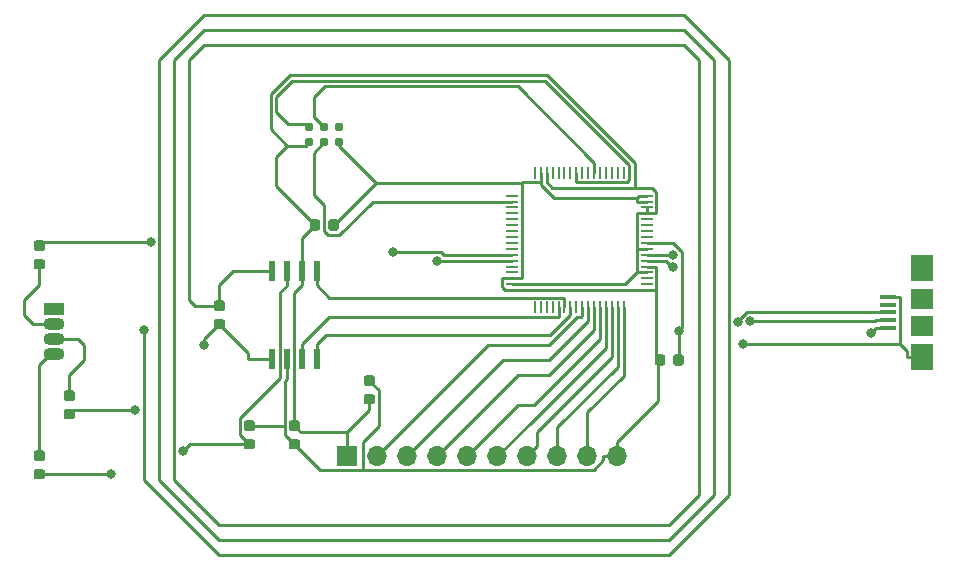
<source format=gtl>
G04 #@! TF.GenerationSoftware,KiCad,Pcbnew,(5.0.2)-1*
G04 #@! TF.CreationDate,2019-02-28T20:38:06-05:00*
G04 #@! TF.ProjectId,CEC01,43454330-312e-46b6-9963-61645f706362,v0.1*
G04 #@! TF.SameCoordinates,Original*
G04 #@! TF.FileFunction,Copper,L1,Top*
G04 #@! TF.FilePolarity,Positive*
%FSLAX46Y46*%
G04 Gerber Fmt 4.6, Leading zero omitted, Abs format (unit mm)*
G04 Created by KiCad (PCBNEW (5.0.2)-1) date 2/28/2019 8:38:06 PM*
%MOMM*%
%LPD*%
G01*
G04 APERTURE LIST*
G04 #@! TA.AperFunction,Conductor*
%ADD10C,0.100000*%
G04 #@! TD*
G04 #@! TA.AperFunction,SMDPad,CuDef*
%ADD11C,0.875000*%
G04 #@! TD*
G04 #@! TA.AperFunction,ComponentPad*
%ADD12R,1.800000X1.070000*%
G04 #@! TD*
G04 #@! TA.AperFunction,ComponentPad*
%ADD13O,1.800000X1.070000*%
G04 #@! TD*
G04 #@! TA.AperFunction,SMDPad,CuDef*
%ADD14R,1.400000X0.400000*%
G04 #@! TD*
G04 #@! TA.AperFunction,SMDPad,CuDef*
%ADD15R,1.900000X2.300000*%
G04 #@! TD*
G04 #@! TA.AperFunction,SMDPad,CuDef*
%ADD16R,1.900000X1.800000*%
G04 #@! TD*
G04 #@! TA.AperFunction,ComponentPad*
%ADD17R,1.700000X1.700000*%
G04 #@! TD*
G04 #@! TA.AperFunction,ComponentPad*
%ADD18O,1.700000X1.700000*%
G04 #@! TD*
G04 #@! TA.AperFunction,ConnectorPad*
%ADD19C,0.787400*%
G04 #@! TD*
G04 #@! TA.AperFunction,SMDPad,CuDef*
%ADD20R,1.000000X0.250000*%
G04 #@! TD*
G04 #@! TA.AperFunction,SMDPad,CuDef*
%ADD21R,0.250000X1.000000*%
G04 #@! TD*
G04 #@! TA.AperFunction,SMDPad,CuDef*
%ADD22R,0.550000X1.750000*%
G04 #@! TD*
G04 #@! TA.AperFunction,ViaPad*
%ADD23C,0.800000*%
G04 #@! TD*
G04 #@! TA.AperFunction,Conductor*
%ADD24C,0.250000*%
G04 #@! TD*
G04 APERTURE END LIST*
D10*
G04 #@! TO.N,Net-(C1-Pad1)*
G04 #@! TO.C,C1*
G36*
X122197691Y-69896053D02*
X122218926Y-69899203D01*
X122239750Y-69904419D01*
X122259962Y-69911651D01*
X122279368Y-69920830D01*
X122297781Y-69931866D01*
X122315024Y-69944654D01*
X122330930Y-69959070D01*
X122345346Y-69974976D01*
X122358134Y-69992219D01*
X122369170Y-70010632D01*
X122378349Y-70030038D01*
X122385581Y-70050250D01*
X122390797Y-70071074D01*
X122393947Y-70092309D01*
X122395000Y-70113750D01*
X122395000Y-70551250D01*
X122393947Y-70572691D01*
X122390797Y-70593926D01*
X122385581Y-70614750D01*
X122378349Y-70634962D01*
X122369170Y-70654368D01*
X122358134Y-70672781D01*
X122345346Y-70690024D01*
X122330930Y-70705930D01*
X122315024Y-70720346D01*
X122297781Y-70733134D01*
X122279368Y-70744170D01*
X122259962Y-70753349D01*
X122239750Y-70760581D01*
X122218926Y-70765797D01*
X122197691Y-70768947D01*
X122176250Y-70770000D01*
X121663750Y-70770000D01*
X121642309Y-70768947D01*
X121621074Y-70765797D01*
X121600250Y-70760581D01*
X121580038Y-70753349D01*
X121560632Y-70744170D01*
X121542219Y-70733134D01*
X121524976Y-70720346D01*
X121509070Y-70705930D01*
X121494654Y-70690024D01*
X121481866Y-70672781D01*
X121470830Y-70654368D01*
X121461651Y-70634962D01*
X121454419Y-70614750D01*
X121449203Y-70593926D01*
X121446053Y-70572691D01*
X121445000Y-70551250D01*
X121445000Y-70113750D01*
X121446053Y-70092309D01*
X121449203Y-70071074D01*
X121454419Y-70050250D01*
X121461651Y-70030038D01*
X121470830Y-70010632D01*
X121481866Y-69992219D01*
X121494654Y-69974976D01*
X121509070Y-69959070D01*
X121524976Y-69944654D01*
X121542219Y-69931866D01*
X121560632Y-69920830D01*
X121580038Y-69911651D01*
X121600250Y-69904419D01*
X121621074Y-69899203D01*
X121642309Y-69896053D01*
X121663750Y-69895000D01*
X122176250Y-69895000D01*
X122197691Y-69896053D01*
X122197691Y-69896053D01*
G37*
D11*
G04 #@! TD*
G04 #@! TO.P,C1,1*
G04 #@! TO.N,Net-(C1-Pad1)*
X121920000Y-70332500D03*
D10*
G04 #@! TO.N,Net-(C1-Pad1)*
G04 #@! TO.C,C1*
G36*
X122197691Y-71471053D02*
X122218926Y-71474203D01*
X122239750Y-71479419D01*
X122259962Y-71486651D01*
X122279368Y-71495830D01*
X122297781Y-71506866D01*
X122315024Y-71519654D01*
X122330930Y-71534070D01*
X122345346Y-71549976D01*
X122358134Y-71567219D01*
X122369170Y-71585632D01*
X122378349Y-71605038D01*
X122385581Y-71625250D01*
X122390797Y-71646074D01*
X122393947Y-71667309D01*
X122395000Y-71688750D01*
X122395000Y-72126250D01*
X122393947Y-72147691D01*
X122390797Y-72168926D01*
X122385581Y-72189750D01*
X122378349Y-72209962D01*
X122369170Y-72229368D01*
X122358134Y-72247781D01*
X122345346Y-72265024D01*
X122330930Y-72280930D01*
X122315024Y-72295346D01*
X122297781Y-72308134D01*
X122279368Y-72319170D01*
X122259962Y-72328349D01*
X122239750Y-72335581D01*
X122218926Y-72340797D01*
X122197691Y-72343947D01*
X122176250Y-72345000D01*
X121663750Y-72345000D01*
X121642309Y-72343947D01*
X121621074Y-72340797D01*
X121600250Y-72335581D01*
X121580038Y-72328349D01*
X121560632Y-72319170D01*
X121542219Y-72308134D01*
X121524976Y-72295346D01*
X121509070Y-72280930D01*
X121494654Y-72265024D01*
X121481866Y-72247781D01*
X121470830Y-72229368D01*
X121461651Y-72209962D01*
X121454419Y-72189750D01*
X121449203Y-72168926D01*
X121446053Y-72147691D01*
X121445000Y-72126250D01*
X121445000Y-71688750D01*
X121446053Y-71667309D01*
X121449203Y-71646074D01*
X121454419Y-71625250D01*
X121461651Y-71605038D01*
X121470830Y-71585632D01*
X121481866Y-71567219D01*
X121494654Y-71549976D01*
X121509070Y-71534070D01*
X121524976Y-71519654D01*
X121542219Y-71506866D01*
X121560632Y-71495830D01*
X121580038Y-71486651D01*
X121600250Y-71479419D01*
X121621074Y-71474203D01*
X121642309Y-71471053D01*
X121663750Y-71470000D01*
X122176250Y-71470000D01*
X122197691Y-71471053D01*
X122197691Y-71471053D01*
G37*
D11*
G04 #@! TD*
G04 #@! TO.P,C1,2*
G04 #@! TO.N,Net-(C1-Pad1)*
X121920000Y-71907500D03*
D10*
G04 #@! TO.N,GND*
G04 #@! TO.C,C2*
G36*
X128547691Y-81631053D02*
X128568926Y-81634203D01*
X128589750Y-81639419D01*
X128609962Y-81646651D01*
X128629368Y-81655830D01*
X128647781Y-81666866D01*
X128665024Y-81679654D01*
X128680930Y-81694070D01*
X128695346Y-81709976D01*
X128708134Y-81727219D01*
X128719170Y-81745632D01*
X128728349Y-81765038D01*
X128735581Y-81785250D01*
X128740797Y-81806074D01*
X128743947Y-81827309D01*
X128745000Y-81848750D01*
X128745000Y-82286250D01*
X128743947Y-82307691D01*
X128740797Y-82328926D01*
X128735581Y-82349750D01*
X128728349Y-82369962D01*
X128719170Y-82389368D01*
X128708134Y-82407781D01*
X128695346Y-82425024D01*
X128680930Y-82440930D01*
X128665024Y-82455346D01*
X128647781Y-82468134D01*
X128629368Y-82479170D01*
X128609962Y-82488349D01*
X128589750Y-82495581D01*
X128568926Y-82500797D01*
X128547691Y-82503947D01*
X128526250Y-82505000D01*
X128013750Y-82505000D01*
X127992309Y-82503947D01*
X127971074Y-82500797D01*
X127950250Y-82495581D01*
X127930038Y-82488349D01*
X127910632Y-82479170D01*
X127892219Y-82468134D01*
X127874976Y-82455346D01*
X127859070Y-82440930D01*
X127844654Y-82425024D01*
X127831866Y-82407781D01*
X127820830Y-82389368D01*
X127811651Y-82369962D01*
X127804419Y-82349750D01*
X127799203Y-82328926D01*
X127796053Y-82307691D01*
X127795000Y-82286250D01*
X127795000Y-81848750D01*
X127796053Y-81827309D01*
X127799203Y-81806074D01*
X127804419Y-81785250D01*
X127811651Y-81765038D01*
X127820830Y-81745632D01*
X127831866Y-81727219D01*
X127844654Y-81709976D01*
X127859070Y-81694070D01*
X127874976Y-81679654D01*
X127892219Y-81666866D01*
X127910632Y-81655830D01*
X127930038Y-81646651D01*
X127950250Y-81639419D01*
X127971074Y-81634203D01*
X127992309Y-81631053D01*
X128013750Y-81630000D01*
X128526250Y-81630000D01*
X128547691Y-81631053D01*
X128547691Y-81631053D01*
G37*
D11*
G04 #@! TD*
G04 #@! TO.P,C2,2*
G04 #@! TO.N,GND*
X128270000Y-82067500D03*
D10*
G04 #@! TO.N,VDD*
G04 #@! TO.C,C2*
G36*
X128547691Y-80056053D02*
X128568926Y-80059203D01*
X128589750Y-80064419D01*
X128609962Y-80071651D01*
X128629368Y-80080830D01*
X128647781Y-80091866D01*
X128665024Y-80104654D01*
X128680930Y-80119070D01*
X128695346Y-80134976D01*
X128708134Y-80152219D01*
X128719170Y-80170632D01*
X128728349Y-80190038D01*
X128735581Y-80210250D01*
X128740797Y-80231074D01*
X128743947Y-80252309D01*
X128745000Y-80273750D01*
X128745000Y-80711250D01*
X128743947Y-80732691D01*
X128740797Y-80753926D01*
X128735581Y-80774750D01*
X128728349Y-80794962D01*
X128719170Y-80814368D01*
X128708134Y-80832781D01*
X128695346Y-80850024D01*
X128680930Y-80865930D01*
X128665024Y-80880346D01*
X128647781Y-80893134D01*
X128629368Y-80904170D01*
X128609962Y-80913349D01*
X128589750Y-80920581D01*
X128568926Y-80925797D01*
X128547691Y-80928947D01*
X128526250Y-80930000D01*
X128013750Y-80930000D01*
X127992309Y-80928947D01*
X127971074Y-80925797D01*
X127950250Y-80920581D01*
X127930038Y-80913349D01*
X127910632Y-80904170D01*
X127892219Y-80893134D01*
X127874976Y-80880346D01*
X127859070Y-80865930D01*
X127844654Y-80850024D01*
X127831866Y-80832781D01*
X127820830Y-80814368D01*
X127811651Y-80794962D01*
X127804419Y-80774750D01*
X127799203Y-80753926D01*
X127796053Y-80732691D01*
X127795000Y-80711250D01*
X127795000Y-80273750D01*
X127796053Y-80252309D01*
X127799203Y-80231074D01*
X127804419Y-80210250D01*
X127811651Y-80190038D01*
X127820830Y-80170632D01*
X127831866Y-80152219D01*
X127844654Y-80134976D01*
X127859070Y-80119070D01*
X127874976Y-80104654D01*
X127892219Y-80091866D01*
X127910632Y-80080830D01*
X127930038Y-80071651D01*
X127950250Y-80064419D01*
X127971074Y-80059203D01*
X127992309Y-80056053D01*
X128013750Y-80055000D01*
X128526250Y-80055000D01*
X128547691Y-80056053D01*
X128547691Y-80056053D01*
G37*
D11*
G04 #@! TD*
G04 #@! TO.P,C2,1*
G04 #@! TO.N,VDD*
X128270000Y-80492500D03*
D10*
G04 #@! TO.N,GND*
G04 #@! TO.C,C3*
G36*
X124737691Y-80056053D02*
X124758926Y-80059203D01*
X124779750Y-80064419D01*
X124799962Y-80071651D01*
X124819368Y-80080830D01*
X124837781Y-80091866D01*
X124855024Y-80104654D01*
X124870930Y-80119070D01*
X124885346Y-80134976D01*
X124898134Y-80152219D01*
X124909170Y-80170632D01*
X124918349Y-80190038D01*
X124925581Y-80210250D01*
X124930797Y-80231074D01*
X124933947Y-80252309D01*
X124935000Y-80273750D01*
X124935000Y-80711250D01*
X124933947Y-80732691D01*
X124930797Y-80753926D01*
X124925581Y-80774750D01*
X124918349Y-80794962D01*
X124909170Y-80814368D01*
X124898134Y-80832781D01*
X124885346Y-80850024D01*
X124870930Y-80865930D01*
X124855024Y-80880346D01*
X124837781Y-80893134D01*
X124819368Y-80904170D01*
X124799962Y-80913349D01*
X124779750Y-80920581D01*
X124758926Y-80925797D01*
X124737691Y-80928947D01*
X124716250Y-80930000D01*
X124203750Y-80930000D01*
X124182309Y-80928947D01*
X124161074Y-80925797D01*
X124140250Y-80920581D01*
X124120038Y-80913349D01*
X124100632Y-80904170D01*
X124082219Y-80893134D01*
X124064976Y-80880346D01*
X124049070Y-80865930D01*
X124034654Y-80850024D01*
X124021866Y-80832781D01*
X124010830Y-80814368D01*
X124001651Y-80794962D01*
X123994419Y-80774750D01*
X123989203Y-80753926D01*
X123986053Y-80732691D01*
X123985000Y-80711250D01*
X123985000Y-80273750D01*
X123986053Y-80252309D01*
X123989203Y-80231074D01*
X123994419Y-80210250D01*
X124001651Y-80190038D01*
X124010830Y-80170632D01*
X124021866Y-80152219D01*
X124034654Y-80134976D01*
X124049070Y-80119070D01*
X124064976Y-80104654D01*
X124082219Y-80091866D01*
X124100632Y-80080830D01*
X124120038Y-80071651D01*
X124140250Y-80064419D01*
X124161074Y-80059203D01*
X124182309Y-80056053D01*
X124203750Y-80055000D01*
X124716250Y-80055000D01*
X124737691Y-80056053D01*
X124737691Y-80056053D01*
G37*
D11*
G04 #@! TD*
G04 #@! TO.P,C3,2*
G04 #@! TO.N,GND*
X124460000Y-80492500D03*
D10*
G04 #@! TO.N,Net-(C3-Pad1)*
G04 #@! TO.C,C3*
G36*
X124737691Y-81631053D02*
X124758926Y-81634203D01*
X124779750Y-81639419D01*
X124799962Y-81646651D01*
X124819368Y-81655830D01*
X124837781Y-81666866D01*
X124855024Y-81679654D01*
X124870930Y-81694070D01*
X124885346Y-81709976D01*
X124898134Y-81727219D01*
X124909170Y-81745632D01*
X124918349Y-81765038D01*
X124925581Y-81785250D01*
X124930797Y-81806074D01*
X124933947Y-81827309D01*
X124935000Y-81848750D01*
X124935000Y-82286250D01*
X124933947Y-82307691D01*
X124930797Y-82328926D01*
X124925581Y-82349750D01*
X124918349Y-82369962D01*
X124909170Y-82389368D01*
X124898134Y-82407781D01*
X124885346Y-82425024D01*
X124870930Y-82440930D01*
X124855024Y-82455346D01*
X124837781Y-82468134D01*
X124819368Y-82479170D01*
X124799962Y-82488349D01*
X124779750Y-82495581D01*
X124758926Y-82500797D01*
X124737691Y-82503947D01*
X124716250Y-82505000D01*
X124203750Y-82505000D01*
X124182309Y-82503947D01*
X124161074Y-82500797D01*
X124140250Y-82495581D01*
X124120038Y-82488349D01*
X124100632Y-82479170D01*
X124082219Y-82468134D01*
X124064976Y-82455346D01*
X124049070Y-82440930D01*
X124034654Y-82425024D01*
X124021866Y-82407781D01*
X124010830Y-82389368D01*
X124001651Y-82369962D01*
X123994419Y-82349750D01*
X123989203Y-82328926D01*
X123986053Y-82307691D01*
X123985000Y-82286250D01*
X123985000Y-81848750D01*
X123986053Y-81827309D01*
X123989203Y-81806074D01*
X123994419Y-81785250D01*
X124001651Y-81765038D01*
X124010830Y-81745632D01*
X124021866Y-81727219D01*
X124034654Y-81709976D01*
X124049070Y-81694070D01*
X124064976Y-81679654D01*
X124082219Y-81666866D01*
X124100632Y-81655830D01*
X124120038Y-81646651D01*
X124140250Y-81639419D01*
X124161074Y-81634203D01*
X124182309Y-81631053D01*
X124203750Y-81630000D01*
X124716250Y-81630000D01*
X124737691Y-81631053D01*
X124737691Y-81631053D01*
G37*
D11*
G04 #@! TD*
G04 #@! TO.P,C3,1*
G04 #@! TO.N,Net-(C3-Pad1)*
X124460000Y-82067500D03*
D10*
G04 #@! TO.N,GND*
G04 #@! TO.C,C4*
G36*
X131837691Y-63026053D02*
X131858926Y-63029203D01*
X131879750Y-63034419D01*
X131899962Y-63041651D01*
X131919368Y-63050830D01*
X131937781Y-63061866D01*
X131955024Y-63074654D01*
X131970930Y-63089070D01*
X131985346Y-63104976D01*
X131998134Y-63122219D01*
X132009170Y-63140632D01*
X132018349Y-63160038D01*
X132025581Y-63180250D01*
X132030797Y-63201074D01*
X132033947Y-63222309D01*
X132035000Y-63243750D01*
X132035000Y-63756250D01*
X132033947Y-63777691D01*
X132030797Y-63798926D01*
X132025581Y-63819750D01*
X132018349Y-63839962D01*
X132009170Y-63859368D01*
X131998134Y-63877781D01*
X131985346Y-63895024D01*
X131970930Y-63910930D01*
X131955024Y-63925346D01*
X131937781Y-63938134D01*
X131919368Y-63949170D01*
X131899962Y-63958349D01*
X131879750Y-63965581D01*
X131858926Y-63970797D01*
X131837691Y-63973947D01*
X131816250Y-63975000D01*
X131378750Y-63975000D01*
X131357309Y-63973947D01*
X131336074Y-63970797D01*
X131315250Y-63965581D01*
X131295038Y-63958349D01*
X131275632Y-63949170D01*
X131257219Y-63938134D01*
X131239976Y-63925346D01*
X131224070Y-63910930D01*
X131209654Y-63895024D01*
X131196866Y-63877781D01*
X131185830Y-63859368D01*
X131176651Y-63839962D01*
X131169419Y-63819750D01*
X131164203Y-63798926D01*
X131161053Y-63777691D01*
X131160000Y-63756250D01*
X131160000Y-63243750D01*
X131161053Y-63222309D01*
X131164203Y-63201074D01*
X131169419Y-63180250D01*
X131176651Y-63160038D01*
X131185830Y-63140632D01*
X131196866Y-63122219D01*
X131209654Y-63104976D01*
X131224070Y-63089070D01*
X131239976Y-63074654D01*
X131257219Y-63061866D01*
X131275632Y-63050830D01*
X131295038Y-63041651D01*
X131315250Y-63034419D01*
X131336074Y-63029203D01*
X131357309Y-63026053D01*
X131378750Y-63025000D01*
X131816250Y-63025000D01*
X131837691Y-63026053D01*
X131837691Y-63026053D01*
G37*
D11*
G04 #@! TD*
G04 #@! TO.P,C4,1*
G04 #@! TO.N,GND*
X131597500Y-63500000D03*
D10*
G04 #@! TO.N,VDD*
G04 #@! TO.C,C4*
G36*
X130262691Y-63026053D02*
X130283926Y-63029203D01*
X130304750Y-63034419D01*
X130324962Y-63041651D01*
X130344368Y-63050830D01*
X130362781Y-63061866D01*
X130380024Y-63074654D01*
X130395930Y-63089070D01*
X130410346Y-63104976D01*
X130423134Y-63122219D01*
X130434170Y-63140632D01*
X130443349Y-63160038D01*
X130450581Y-63180250D01*
X130455797Y-63201074D01*
X130458947Y-63222309D01*
X130460000Y-63243750D01*
X130460000Y-63756250D01*
X130458947Y-63777691D01*
X130455797Y-63798926D01*
X130450581Y-63819750D01*
X130443349Y-63839962D01*
X130434170Y-63859368D01*
X130423134Y-63877781D01*
X130410346Y-63895024D01*
X130395930Y-63910930D01*
X130380024Y-63925346D01*
X130362781Y-63938134D01*
X130344368Y-63949170D01*
X130324962Y-63958349D01*
X130304750Y-63965581D01*
X130283926Y-63970797D01*
X130262691Y-63973947D01*
X130241250Y-63975000D01*
X129803750Y-63975000D01*
X129782309Y-63973947D01*
X129761074Y-63970797D01*
X129740250Y-63965581D01*
X129720038Y-63958349D01*
X129700632Y-63949170D01*
X129682219Y-63938134D01*
X129664976Y-63925346D01*
X129649070Y-63910930D01*
X129634654Y-63895024D01*
X129621866Y-63877781D01*
X129610830Y-63859368D01*
X129601651Y-63839962D01*
X129594419Y-63819750D01*
X129589203Y-63798926D01*
X129586053Y-63777691D01*
X129585000Y-63756250D01*
X129585000Y-63243750D01*
X129586053Y-63222309D01*
X129589203Y-63201074D01*
X129594419Y-63180250D01*
X129601651Y-63160038D01*
X129610830Y-63140632D01*
X129621866Y-63122219D01*
X129634654Y-63104976D01*
X129649070Y-63089070D01*
X129664976Y-63074654D01*
X129682219Y-63061866D01*
X129700632Y-63050830D01*
X129720038Y-63041651D01*
X129740250Y-63034419D01*
X129761074Y-63029203D01*
X129782309Y-63026053D01*
X129803750Y-63025000D01*
X130241250Y-63025000D01*
X130262691Y-63026053D01*
X130262691Y-63026053D01*
G37*
D11*
G04 #@! TD*
G04 #@! TO.P,C4,2*
G04 #@! TO.N,VDD*
X130022500Y-63500000D03*
D10*
G04 #@! TO.N,Net-(C5-Pad1)*
G04 #@! TO.C,C5*
G36*
X161047691Y-74456053D02*
X161068926Y-74459203D01*
X161089750Y-74464419D01*
X161109962Y-74471651D01*
X161129368Y-74480830D01*
X161147781Y-74491866D01*
X161165024Y-74504654D01*
X161180930Y-74519070D01*
X161195346Y-74534976D01*
X161208134Y-74552219D01*
X161219170Y-74570632D01*
X161228349Y-74590038D01*
X161235581Y-74610250D01*
X161240797Y-74631074D01*
X161243947Y-74652309D01*
X161245000Y-74673750D01*
X161245000Y-75186250D01*
X161243947Y-75207691D01*
X161240797Y-75228926D01*
X161235581Y-75249750D01*
X161228349Y-75269962D01*
X161219170Y-75289368D01*
X161208134Y-75307781D01*
X161195346Y-75325024D01*
X161180930Y-75340930D01*
X161165024Y-75355346D01*
X161147781Y-75368134D01*
X161129368Y-75379170D01*
X161109962Y-75388349D01*
X161089750Y-75395581D01*
X161068926Y-75400797D01*
X161047691Y-75403947D01*
X161026250Y-75405000D01*
X160588750Y-75405000D01*
X160567309Y-75403947D01*
X160546074Y-75400797D01*
X160525250Y-75395581D01*
X160505038Y-75388349D01*
X160485632Y-75379170D01*
X160467219Y-75368134D01*
X160449976Y-75355346D01*
X160434070Y-75340930D01*
X160419654Y-75325024D01*
X160406866Y-75307781D01*
X160395830Y-75289368D01*
X160386651Y-75269962D01*
X160379419Y-75249750D01*
X160374203Y-75228926D01*
X160371053Y-75207691D01*
X160370000Y-75186250D01*
X160370000Y-74673750D01*
X160371053Y-74652309D01*
X160374203Y-74631074D01*
X160379419Y-74610250D01*
X160386651Y-74590038D01*
X160395830Y-74570632D01*
X160406866Y-74552219D01*
X160419654Y-74534976D01*
X160434070Y-74519070D01*
X160449976Y-74504654D01*
X160467219Y-74491866D01*
X160485632Y-74480830D01*
X160505038Y-74471651D01*
X160525250Y-74464419D01*
X160546074Y-74459203D01*
X160567309Y-74456053D01*
X160588750Y-74455000D01*
X161026250Y-74455000D01*
X161047691Y-74456053D01*
X161047691Y-74456053D01*
G37*
D11*
G04 #@! TD*
G04 #@! TO.P,C5,1*
G04 #@! TO.N,Net-(C5-Pad1)*
X160807500Y-74930000D03*
D10*
G04 #@! TO.N,GND*
G04 #@! TO.C,C5*
G36*
X159472691Y-74456053D02*
X159493926Y-74459203D01*
X159514750Y-74464419D01*
X159534962Y-74471651D01*
X159554368Y-74480830D01*
X159572781Y-74491866D01*
X159590024Y-74504654D01*
X159605930Y-74519070D01*
X159620346Y-74534976D01*
X159633134Y-74552219D01*
X159644170Y-74570632D01*
X159653349Y-74590038D01*
X159660581Y-74610250D01*
X159665797Y-74631074D01*
X159668947Y-74652309D01*
X159670000Y-74673750D01*
X159670000Y-75186250D01*
X159668947Y-75207691D01*
X159665797Y-75228926D01*
X159660581Y-75249750D01*
X159653349Y-75269962D01*
X159644170Y-75289368D01*
X159633134Y-75307781D01*
X159620346Y-75325024D01*
X159605930Y-75340930D01*
X159590024Y-75355346D01*
X159572781Y-75368134D01*
X159554368Y-75379170D01*
X159534962Y-75388349D01*
X159514750Y-75395581D01*
X159493926Y-75400797D01*
X159472691Y-75403947D01*
X159451250Y-75405000D01*
X159013750Y-75405000D01*
X158992309Y-75403947D01*
X158971074Y-75400797D01*
X158950250Y-75395581D01*
X158930038Y-75388349D01*
X158910632Y-75379170D01*
X158892219Y-75368134D01*
X158874976Y-75355346D01*
X158859070Y-75340930D01*
X158844654Y-75325024D01*
X158831866Y-75307781D01*
X158820830Y-75289368D01*
X158811651Y-75269962D01*
X158804419Y-75249750D01*
X158799203Y-75228926D01*
X158796053Y-75207691D01*
X158795000Y-75186250D01*
X158795000Y-74673750D01*
X158796053Y-74652309D01*
X158799203Y-74631074D01*
X158804419Y-74610250D01*
X158811651Y-74590038D01*
X158820830Y-74570632D01*
X158831866Y-74552219D01*
X158844654Y-74534976D01*
X158859070Y-74519070D01*
X158874976Y-74504654D01*
X158892219Y-74491866D01*
X158910632Y-74480830D01*
X158930038Y-74471651D01*
X158950250Y-74464419D01*
X158971074Y-74459203D01*
X158992309Y-74456053D01*
X159013750Y-74455000D01*
X159451250Y-74455000D01*
X159472691Y-74456053D01*
X159472691Y-74456053D01*
G37*
D11*
G04 #@! TD*
G04 #@! TO.P,C5,2*
G04 #@! TO.N,GND*
X159232500Y-74930000D03*
D10*
G04 #@! TO.N,GND*
G04 #@! TO.C,C6*
G36*
X134897691Y-76246053D02*
X134918926Y-76249203D01*
X134939750Y-76254419D01*
X134959962Y-76261651D01*
X134979368Y-76270830D01*
X134997781Y-76281866D01*
X135015024Y-76294654D01*
X135030930Y-76309070D01*
X135045346Y-76324976D01*
X135058134Y-76342219D01*
X135069170Y-76360632D01*
X135078349Y-76380038D01*
X135085581Y-76400250D01*
X135090797Y-76421074D01*
X135093947Y-76442309D01*
X135095000Y-76463750D01*
X135095000Y-76901250D01*
X135093947Y-76922691D01*
X135090797Y-76943926D01*
X135085581Y-76964750D01*
X135078349Y-76984962D01*
X135069170Y-77004368D01*
X135058134Y-77022781D01*
X135045346Y-77040024D01*
X135030930Y-77055930D01*
X135015024Y-77070346D01*
X134997781Y-77083134D01*
X134979368Y-77094170D01*
X134959962Y-77103349D01*
X134939750Y-77110581D01*
X134918926Y-77115797D01*
X134897691Y-77118947D01*
X134876250Y-77120000D01*
X134363750Y-77120000D01*
X134342309Y-77118947D01*
X134321074Y-77115797D01*
X134300250Y-77110581D01*
X134280038Y-77103349D01*
X134260632Y-77094170D01*
X134242219Y-77083134D01*
X134224976Y-77070346D01*
X134209070Y-77055930D01*
X134194654Y-77040024D01*
X134181866Y-77022781D01*
X134170830Y-77004368D01*
X134161651Y-76984962D01*
X134154419Y-76964750D01*
X134149203Y-76943926D01*
X134146053Y-76922691D01*
X134145000Y-76901250D01*
X134145000Y-76463750D01*
X134146053Y-76442309D01*
X134149203Y-76421074D01*
X134154419Y-76400250D01*
X134161651Y-76380038D01*
X134170830Y-76360632D01*
X134181866Y-76342219D01*
X134194654Y-76324976D01*
X134209070Y-76309070D01*
X134224976Y-76294654D01*
X134242219Y-76281866D01*
X134260632Y-76270830D01*
X134280038Y-76261651D01*
X134300250Y-76254419D01*
X134321074Y-76249203D01*
X134342309Y-76246053D01*
X134363750Y-76245000D01*
X134876250Y-76245000D01*
X134897691Y-76246053D01*
X134897691Y-76246053D01*
G37*
D11*
G04 #@! TD*
G04 #@! TO.P,C6,2*
G04 #@! TO.N,GND*
X134620000Y-76682500D03*
D10*
G04 #@! TO.N,VDD*
G04 #@! TO.C,C6*
G36*
X134897691Y-77821053D02*
X134918926Y-77824203D01*
X134939750Y-77829419D01*
X134959962Y-77836651D01*
X134979368Y-77845830D01*
X134997781Y-77856866D01*
X135015024Y-77869654D01*
X135030930Y-77884070D01*
X135045346Y-77899976D01*
X135058134Y-77917219D01*
X135069170Y-77935632D01*
X135078349Y-77955038D01*
X135085581Y-77975250D01*
X135090797Y-77996074D01*
X135093947Y-78017309D01*
X135095000Y-78038750D01*
X135095000Y-78476250D01*
X135093947Y-78497691D01*
X135090797Y-78518926D01*
X135085581Y-78539750D01*
X135078349Y-78559962D01*
X135069170Y-78579368D01*
X135058134Y-78597781D01*
X135045346Y-78615024D01*
X135030930Y-78630930D01*
X135015024Y-78645346D01*
X134997781Y-78658134D01*
X134979368Y-78669170D01*
X134959962Y-78678349D01*
X134939750Y-78685581D01*
X134918926Y-78690797D01*
X134897691Y-78693947D01*
X134876250Y-78695000D01*
X134363750Y-78695000D01*
X134342309Y-78693947D01*
X134321074Y-78690797D01*
X134300250Y-78685581D01*
X134280038Y-78678349D01*
X134260632Y-78669170D01*
X134242219Y-78658134D01*
X134224976Y-78645346D01*
X134209070Y-78630930D01*
X134194654Y-78615024D01*
X134181866Y-78597781D01*
X134170830Y-78579368D01*
X134161651Y-78559962D01*
X134154419Y-78539750D01*
X134149203Y-78518926D01*
X134146053Y-78497691D01*
X134145000Y-78476250D01*
X134145000Y-78038750D01*
X134146053Y-78017309D01*
X134149203Y-77996074D01*
X134154419Y-77975250D01*
X134161651Y-77955038D01*
X134170830Y-77935632D01*
X134181866Y-77917219D01*
X134194654Y-77899976D01*
X134209070Y-77884070D01*
X134224976Y-77869654D01*
X134242219Y-77856866D01*
X134260632Y-77845830D01*
X134280038Y-77836651D01*
X134300250Y-77829419D01*
X134321074Y-77824203D01*
X134342309Y-77821053D01*
X134363750Y-77820000D01*
X134876250Y-77820000D01*
X134897691Y-77821053D01*
X134897691Y-77821053D01*
G37*
D11*
G04 #@! TD*
G04 #@! TO.P,C6,1*
G04 #@! TO.N,VDD*
X134620000Y-78257500D03*
D12*
G04 #@! TO.P,D1,1*
G04 #@! TO.N,GND*
X107950000Y-70612000D03*
D13*
G04 #@! TO.P,D1,2*
G04 #@! TO.N,Net-(D1-Pad2)*
X107950000Y-71882000D03*
G04 #@! TO.P,D1,3*
G04 #@! TO.N,Net-(D1-Pad3)*
X107950000Y-73152000D03*
G04 #@! TO.P,D1,4*
G04 #@! TO.N,Net-(D1-Pad4)*
X107950000Y-74422000D03*
G04 #@! TD*
D14*
G04 #@! TO.P,J1,1*
G04 #@! TO.N,Net-(C5-Pad1)*
X178550000Y-72200000D03*
G04 #@! TO.P,J1,2*
G04 #@! TO.N,Net-(J1-Pad2)*
X178550000Y-71550000D03*
G04 #@! TO.P,J1,3*
G04 #@! TO.N,Net-(J1-Pad3)*
X178550000Y-70900000D03*
G04 #@! TO.P,J1,4*
G04 #@! TO.N,Net-(J1-Pad4)*
X178550000Y-70250000D03*
G04 #@! TO.P,J1,5*
G04 #@! TO.N,GND*
X178550000Y-69600000D03*
D15*
G04 #@! TO.P,J1,6*
X181400000Y-74650000D03*
G04 #@! TO.P,J1,7*
G04 #@! TO.N,N/C*
X181400000Y-67150000D03*
D16*
G04 #@! TO.P,J1,8*
X181400000Y-72050000D03*
G04 #@! TO.P,J1,9*
X181400000Y-69750000D03*
G04 #@! TD*
D17*
G04 #@! TO.P,J2,1*
G04 #@! TO.N,VDD*
X132734000Y-83048100D03*
D18*
G04 #@! TO.P,J2,2*
G04 #@! TO.N,Net-(J2-Pad2)*
X135274000Y-83048100D03*
G04 #@! TO.P,J2,3*
G04 #@! TO.N,Net-(J2-Pad3)*
X137814000Y-83048100D03*
G04 #@! TO.P,J2,4*
G04 #@! TO.N,Net-(J2-Pad4)*
X140354000Y-83048100D03*
G04 #@! TO.P,J2,5*
G04 #@! TO.N,Net-(J2-Pad5)*
X142894000Y-83048100D03*
G04 #@! TO.P,J2,6*
G04 #@! TO.N,Net-(J2-Pad6)*
X145434000Y-83048100D03*
G04 #@! TO.P,J2,7*
G04 #@! TO.N,Net-(J2-Pad7)*
X147974000Y-83048100D03*
G04 #@! TO.P,J2,8*
G04 #@! TO.N,Net-(J2-Pad8)*
X150514000Y-83048100D03*
G04 #@! TO.P,J2,9*
G04 #@! TO.N,Net-(J2-Pad9)*
X153054000Y-83048100D03*
G04 #@! TO.P,J2,10*
G04 #@! TO.N,GND*
X155594000Y-83048100D03*
G04 #@! TD*
D19*
G04 #@! TO.P,P1,1*
G04 #@! TO.N,VDD*
X129540000Y-56515000D03*
G04 #@! TO.P,P1,2*
G04 #@! TO.N,Net-(P1-Pad2)*
X129540000Y-55245000D03*
G04 #@! TO.P,P1,3*
G04 #@! TO.N,Net-(P1-Pad3)*
X130810000Y-56515000D03*
G04 #@! TO.P,P1,4*
G04 #@! TO.N,Net-(P1-Pad4)*
X130810000Y-55245000D03*
G04 #@! TO.P,P1,5*
G04 #@! TO.N,GND*
X132080000Y-56515000D03*
G04 #@! TO.P,P1,6*
G04 #@! TO.N,Net-(P1-Pad6)*
X132080000Y-55245000D03*
G04 #@! TD*
D10*
G04 #@! TO.N,Net-(R1-Pad1)*
G04 #@! TO.C,R1*
G36*
X106957691Y-64816053D02*
X106978926Y-64819203D01*
X106999750Y-64824419D01*
X107019962Y-64831651D01*
X107039368Y-64840830D01*
X107057781Y-64851866D01*
X107075024Y-64864654D01*
X107090930Y-64879070D01*
X107105346Y-64894976D01*
X107118134Y-64912219D01*
X107129170Y-64930632D01*
X107138349Y-64950038D01*
X107145581Y-64970250D01*
X107150797Y-64991074D01*
X107153947Y-65012309D01*
X107155000Y-65033750D01*
X107155000Y-65471250D01*
X107153947Y-65492691D01*
X107150797Y-65513926D01*
X107145581Y-65534750D01*
X107138349Y-65554962D01*
X107129170Y-65574368D01*
X107118134Y-65592781D01*
X107105346Y-65610024D01*
X107090930Y-65625930D01*
X107075024Y-65640346D01*
X107057781Y-65653134D01*
X107039368Y-65664170D01*
X107019962Y-65673349D01*
X106999750Y-65680581D01*
X106978926Y-65685797D01*
X106957691Y-65688947D01*
X106936250Y-65690000D01*
X106423750Y-65690000D01*
X106402309Y-65688947D01*
X106381074Y-65685797D01*
X106360250Y-65680581D01*
X106340038Y-65673349D01*
X106320632Y-65664170D01*
X106302219Y-65653134D01*
X106284976Y-65640346D01*
X106269070Y-65625930D01*
X106254654Y-65610024D01*
X106241866Y-65592781D01*
X106230830Y-65574368D01*
X106221651Y-65554962D01*
X106214419Y-65534750D01*
X106209203Y-65513926D01*
X106206053Y-65492691D01*
X106205000Y-65471250D01*
X106205000Y-65033750D01*
X106206053Y-65012309D01*
X106209203Y-64991074D01*
X106214419Y-64970250D01*
X106221651Y-64950038D01*
X106230830Y-64930632D01*
X106241866Y-64912219D01*
X106254654Y-64894976D01*
X106269070Y-64879070D01*
X106284976Y-64864654D01*
X106302219Y-64851866D01*
X106320632Y-64840830D01*
X106340038Y-64831651D01*
X106360250Y-64824419D01*
X106381074Y-64819203D01*
X106402309Y-64816053D01*
X106423750Y-64815000D01*
X106936250Y-64815000D01*
X106957691Y-64816053D01*
X106957691Y-64816053D01*
G37*
D11*
G04 #@! TD*
G04 #@! TO.P,R1,1*
G04 #@! TO.N,Net-(R1-Pad1)*
X106680000Y-65252500D03*
D10*
G04 #@! TO.N,Net-(D1-Pad2)*
G04 #@! TO.C,R1*
G36*
X106957691Y-66391053D02*
X106978926Y-66394203D01*
X106999750Y-66399419D01*
X107019962Y-66406651D01*
X107039368Y-66415830D01*
X107057781Y-66426866D01*
X107075024Y-66439654D01*
X107090930Y-66454070D01*
X107105346Y-66469976D01*
X107118134Y-66487219D01*
X107129170Y-66505632D01*
X107138349Y-66525038D01*
X107145581Y-66545250D01*
X107150797Y-66566074D01*
X107153947Y-66587309D01*
X107155000Y-66608750D01*
X107155000Y-67046250D01*
X107153947Y-67067691D01*
X107150797Y-67088926D01*
X107145581Y-67109750D01*
X107138349Y-67129962D01*
X107129170Y-67149368D01*
X107118134Y-67167781D01*
X107105346Y-67185024D01*
X107090930Y-67200930D01*
X107075024Y-67215346D01*
X107057781Y-67228134D01*
X107039368Y-67239170D01*
X107019962Y-67248349D01*
X106999750Y-67255581D01*
X106978926Y-67260797D01*
X106957691Y-67263947D01*
X106936250Y-67265000D01*
X106423750Y-67265000D01*
X106402309Y-67263947D01*
X106381074Y-67260797D01*
X106360250Y-67255581D01*
X106340038Y-67248349D01*
X106320632Y-67239170D01*
X106302219Y-67228134D01*
X106284976Y-67215346D01*
X106269070Y-67200930D01*
X106254654Y-67185024D01*
X106241866Y-67167781D01*
X106230830Y-67149368D01*
X106221651Y-67129962D01*
X106214419Y-67109750D01*
X106209203Y-67088926D01*
X106206053Y-67067691D01*
X106205000Y-67046250D01*
X106205000Y-66608750D01*
X106206053Y-66587309D01*
X106209203Y-66566074D01*
X106214419Y-66545250D01*
X106221651Y-66525038D01*
X106230830Y-66505632D01*
X106241866Y-66487219D01*
X106254654Y-66469976D01*
X106269070Y-66454070D01*
X106284976Y-66439654D01*
X106302219Y-66426866D01*
X106320632Y-66415830D01*
X106340038Y-66406651D01*
X106360250Y-66399419D01*
X106381074Y-66394203D01*
X106402309Y-66391053D01*
X106423750Y-66390000D01*
X106936250Y-66390000D01*
X106957691Y-66391053D01*
X106957691Y-66391053D01*
G37*
D11*
G04 #@! TD*
G04 #@! TO.P,R1,2*
G04 #@! TO.N,Net-(D1-Pad2)*
X106680000Y-66827500D03*
D10*
G04 #@! TO.N,Net-(D1-Pad3)*
G04 #@! TO.C,R2*
G36*
X109497691Y-77516053D02*
X109518926Y-77519203D01*
X109539750Y-77524419D01*
X109559962Y-77531651D01*
X109579368Y-77540830D01*
X109597781Y-77551866D01*
X109615024Y-77564654D01*
X109630930Y-77579070D01*
X109645346Y-77594976D01*
X109658134Y-77612219D01*
X109669170Y-77630632D01*
X109678349Y-77650038D01*
X109685581Y-77670250D01*
X109690797Y-77691074D01*
X109693947Y-77712309D01*
X109695000Y-77733750D01*
X109695000Y-78171250D01*
X109693947Y-78192691D01*
X109690797Y-78213926D01*
X109685581Y-78234750D01*
X109678349Y-78254962D01*
X109669170Y-78274368D01*
X109658134Y-78292781D01*
X109645346Y-78310024D01*
X109630930Y-78325930D01*
X109615024Y-78340346D01*
X109597781Y-78353134D01*
X109579368Y-78364170D01*
X109559962Y-78373349D01*
X109539750Y-78380581D01*
X109518926Y-78385797D01*
X109497691Y-78388947D01*
X109476250Y-78390000D01*
X108963750Y-78390000D01*
X108942309Y-78388947D01*
X108921074Y-78385797D01*
X108900250Y-78380581D01*
X108880038Y-78373349D01*
X108860632Y-78364170D01*
X108842219Y-78353134D01*
X108824976Y-78340346D01*
X108809070Y-78325930D01*
X108794654Y-78310024D01*
X108781866Y-78292781D01*
X108770830Y-78274368D01*
X108761651Y-78254962D01*
X108754419Y-78234750D01*
X108749203Y-78213926D01*
X108746053Y-78192691D01*
X108745000Y-78171250D01*
X108745000Y-77733750D01*
X108746053Y-77712309D01*
X108749203Y-77691074D01*
X108754419Y-77670250D01*
X108761651Y-77650038D01*
X108770830Y-77630632D01*
X108781866Y-77612219D01*
X108794654Y-77594976D01*
X108809070Y-77579070D01*
X108824976Y-77564654D01*
X108842219Y-77551866D01*
X108860632Y-77540830D01*
X108880038Y-77531651D01*
X108900250Y-77524419D01*
X108921074Y-77519203D01*
X108942309Y-77516053D01*
X108963750Y-77515000D01*
X109476250Y-77515000D01*
X109497691Y-77516053D01*
X109497691Y-77516053D01*
G37*
D11*
G04 #@! TD*
G04 #@! TO.P,R2,2*
G04 #@! TO.N,Net-(D1-Pad3)*
X109220000Y-77952500D03*
D10*
G04 #@! TO.N,Net-(R2-Pad1)*
G04 #@! TO.C,R2*
G36*
X109497691Y-79091053D02*
X109518926Y-79094203D01*
X109539750Y-79099419D01*
X109559962Y-79106651D01*
X109579368Y-79115830D01*
X109597781Y-79126866D01*
X109615024Y-79139654D01*
X109630930Y-79154070D01*
X109645346Y-79169976D01*
X109658134Y-79187219D01*
X109669170Y-79205632D01*
X109678349Y-79225038D01*
X109685581Y-79245250D01*
X109690797Y-79266074D01*
X109693947Y-79287309D01*
X109695000Y-79308750D01*
X109695000Y-79746250D01*
X109693947Y-79767691D01*
X109690797Y-79788926D01*
X109685581Y-79809750D01*
X109678349Y-79829962D01*
X109669170Y-79849368D01*
X109658134Y-79867781D01*
X109645346Y-79885024D01*
X109630930Y-79900930D01*
X109615024Y-79915346D01*
X109597781Y-79928134D01*
X109579368Y-79939170D01*
X109559962Y-79948349D01*
X109539750Y-79955581D01*
X109518926Y-79960797D01*
X109497691Y-79963947D01*
X109476250Y-79965000D01*
X108963750Y-79965000D01*
X108942309Y-79963947D01*
X108921074Y-79960797D01*
X108900250Y-79955581D01*
X108880038Y-79948349D01*
X108860632Y-79939170D01*
X108842219Y-79928134D01*
X108824976Y-79915346D01*
X108809070Y-79900930D01*
X108794654Y-79885024D01*
X108781866Y-79867781D01*
X108770830Y-79849368D01*
X108761651Y-79829962D01*
X108754419Y-79809750D01*
X108749203Y-79788926D01*
X108746053Y-79767691D01*
X108745000Y-79746250D01*
X108745000Y-79308750D01*
X108746053Y-79287309D01*
X108749203Y-79266074D01*
X108754419Y-79245250D01*
X108761651Y-79225038D01*
X108770830Y-79205632D01*
X108781866Y-79187219D01*
X108794654Y-79169976D01*
X108809070Y-79154070D01*
X108824976Y-79139654D01*
X108842219Y-79126866D01*
X108860632Y-79115830D01*
X108880038Y-79106651D01*
X108900250Y-79099419D01*
X108921074Y-79094203D01*
X108942309Y-79091053D01*
X108963750Y-79090000D01*
X109476250Y-79090000D01*
X109497691Y-79091053D01*
X109497691Y-79091053D01*
G37*
D11*
G04 #@! TD*
G04 #@! TO.P,R2,1*
G04 #@! TO.N,Net-(R2-Pad1)*
X109220000Y-79527500D03*
D10*
G04 #@! TO.N,Net-(C3-Pad1)*
G04 #@! TO.C,R3*
G36*
X106957691Y-84171053D02*
X106978926Y-84174203D01*
X106999750Y-84179419D01*
X107019962Y-84186651D01*
X107039368Y-84195830D01*
X107057781Y-84206866D01*
X107075024Y-84219654D01*
X107090930Y-84234070D01*
X107105346Y-84249976D01*
X107118134Y-84267219D01*
X107129170Y-84285632D01*
X107138349Y-84305038D01*
X107145581Y-84325250D01*
X107150797Y-84346074D01*
X107153947Y-84367309D01*
X107155000Y-84388750D01*
X107155000Y-84826250D01*
X107153947Y-84847691D01*
X107150797Y-84868926D01*
X107145581Y-84889750D01*
X107138349Y-84909962D01*
X107129170Y-84929368D01*
X107118134Y-84947781D01*
X107105346Y-84965024D01*
X107090930Y-84980930D01*
X107075024Y-84995346D01*
X107057781Y-85008134D01*
X107039368Y-85019170D01*
X107019962Y-85028349D01*
X106999750Y-85035581D01*
X106978926Y-85040797D01*
X106957691Y-85043947D01*
X106936250Y-85045000D01*
X106423750Y-85045000D01*
X106402309Y-85043947D01*
X106381074Y-85040797D01*
X106360250Y-85035581D01*
X106340038Y-85028349D01*
X106320632Y-85019170D01*
X106302219Y-85008134D01*
X106284976Y-84995346D01*
X106269070Y-84980930D01*
X106254654Y-84965024D01*
X106241866Y-84947781D01*
X106230830Y-84929368D01*
X106221651Y-84909962D01*
X106214419Y-84889750D01*
X106209203Y-84868926D01*
X106206053Y-84847691D01*
X106205000Y-84826250D01*
X106205000Y-84388750D01*
X106206053Y-84367309D01*
X106209203Y-84346074D01*
X106214419Y-84325250D01*
X106221651Y-84305038D01*
X106230830Y-84285632D01*
X106241866Y-84267219D01*
X106254654Y-84249976D01*
X106269070Y-84234070D01*
X106284976Y-84219654D01*
X106302219Y-84206866D01*
X106320632Y-84195830D01*
X106340038Y-84186651D01*
X106360250Y-84179419D01*
X106381074Y-84174203D01*
X106402309Y-84171053D01*
X106423750Y-84170000D01*
X106936250Y-84170000D01*
X106957691Y-84171053D01*
X106957691Y-84171053D01*
G37*
D11*
G04 #@! TD*
G04 #@! TO.P,R3,1*
G04 #@! TO.N,Net-(C3-Pad1)*
X106680000Y-84607500D03*
D10*
G04 #@! TO.N,Net-(D1-Pad4)*
G04 #@! TO.C,R3*
G36*
X106957691Y-82596053D02*
X106978926Y-82599203D01*
X106999750Y-82604419D01*
X107019962Y-82611651D01*
X107039368Y-82620830D01*
X107057781Y-82631866D01*
X107075024Y-82644654D01*
X107090930Y-82659070D01*
X107105346Y-82674976D01*
X107118134Y-82692219D01*
X107129170Y-82710632D01*
X107138349Y-82730038D01*
X107145581Y-82750250D01*
X107150797Y-82771074D01*
X107153947Y-82792309D01*
X107155000Y-82813750D01*
X107155000Y-83251250D01*
X107153947Y-83272691D01*
X107150797Y-83293926D01*
X107145581Y-83314750D01*
X107138349Y-83334962D01*
X107129170Y-83354368D01*
X107118134Y-83372781D01*
X107105346Y-83390024D01*
X107090930Y-83405930D01*
X107075024Y-83420346D01*
X107057781Y-83433134D01*
X107039368Y-83444170D01*
X107019962Y-83453349D01*
X106999750Y-83460581D01*
X106978926Y-83465797D01*
X106957691Y-83468947D01*
X106936250Y-83470000D01*
X106423750Y-83470000D01*
X106402309Y-83468947D01*
X106381074Y-83465797D01*
X106360250Y-83460581D01*
X106340038Y-83453349D01*
X106320632Y-83444170D01*
X106302219Y-83433134D01*
X106284976Y-83420346D01*
X106269070Y-83405930D01*
X106254654Y-83390024D01*
X106241866Y-83372781D01*
X106230830Y-83354368D01*
X106221651Y-83334962D01*
X106214419Y-83314750D01*
X106209203Y-83293926D01*
X106206053Y-83272691D01*
X106205000Y-83251250D01*
X106205000Y-82813750D01*
X106206053Y-82792309D01*
X106209203Y-82771074D01*
X106214419Y-82750250D01*
X106221651Y-82730038D01*
X106230830Y-82710632D01*
X106241866Y-82692219D01*
X106254654Y-82674976D01*
X106269070Y-82659070D01*
X106284976Y-82644654D01*
X106302219Y-82631866D01*
X106320632Y-82620830D01*
X106340038Y-82611651D01*
X106360250Y-82604419D01*
X106381074Y-82599203D01*
X106402309Y-82596053D01*
X106423750Y-82595000D01*
X106936250Y-82595000D01*
X106957691Y-82596053D01*
X106957691Y-82596053D01*
G37*
D11*
G04 #@! TD*
G04 #@! TO.P,R3,2*
G04 #@! TO.N,Net-(D1-Pad4)*
X106680000Y-83032500D03*
D20*
G04 #@! TO.P,U1,1*
G04 #@! TO.N,Net-(U1-Pad1)*
X158100000Y-68520000D03*
G04 #@! TO.P,U1,2*
G04 #@! TO.N,Net-(U1-Pad2)*
X158100000Y-68020000D03*
G04 #@! TO.P,U1,3*
G04 #@! TO.N,VDD*
X158100000Y-67520000D03*
G04 #@! TO.P,U1,4*
G04 #@! TO.N,GND*
X158100000Y-67020000D03*
G04 #@! TO.P,U1,5*
G04 #@! TO.N,Net-(J1-Pad3)*
X158100000Y-66520000D03*
G04 #@! TO.P,U1,6*
G04 #@! TO.N,Net-(J1-Pad2)*
X158100000Y-66020000D03*
G04 #@! TO.P,U1,7*
G04 #@! TO.N,VDD*
X158100000Y-65520000D03*
G04 #@! TO.P,U1,8*
G04 #@! TO.N,Net-(C5-Pad1)*
X158100000Y-65020000D03*
G04 #@! TO.P,U1,9*
G04 #@! TO.N,Net-(U1-Pad9)*
X158100000Y-64520000D03*
G04 #@! TO.P,U1,10*
G04 #@! TO.N,Net-(U1-Pad10)*
X158100000Y-64020000D03*
G04 #@! TO.P,U1,11*
G04 #@! TO.N,Net-(U1-Pad11)*
X158100000Y-63520000D03*
G04 #@! TO.P,U1,12*
G04 #@! TO.N,Net-(U1-Pad12)*
X158100000Y-63020000D03*
G04 #@! TO.P,U1,13*
G04 #@! TO.N,VDD*
X158100000Y-62520000D03*
G04 #@! TO.P,U1,14*
X158100000Y-62020000D03*
G04 #@! TO.P,U1,15*
G04 #@! TO.N,GND*
X158100000Y-61520000D03*
G04 #@! TO.P,U1,16*
X158100000Y-61020000D03*
D21*
G04 #@! TO.P,U1,17*
G04 #@! TO.N,Net-(U1-Pad17)*
X156150000Y-59070000D03*
G04 #@! TO.P,U1,18*
G04 #@! TO.N,Net-(U1-Pad18)*
X155650000Y-59070000D03*
G04 #@! TO.P,U1,19*
G04 #@! TO.N,Net-(U1-Pad19)*
X155150000Y-59070000D03*
G04 #@! TO.P,U1,20*
G04 #@! TO.N,Net-(U1-Pad20)*
X154650000Y-59070000D03*
G04 #@! TO.P,U1,21*
G04 #@! TO.N,Net-(U1-Pad21)*
X154150000Y-59070000D03*
G04 #@! TO.P,U1,22*
G04 #@! TO.N,Net-(P1-Pad4)*
X153650000Y-59070000D03*
G04 #@! TO.P,U1,23*
G04 #@! TO.N,Net-(U1-Pad23)*
X153150000Y-59070000D03*
G04 #@! TO.P,U1,24*
G04 #@! TO.N,Net-(U1-Pad24)*
X152650000Y-59070000D03*
G04 #@! TO.P,U1,25*
G04 #@! TO.N,Net-(P1-Pad2)*
X152150000Y-59070000D03*
G04 #@! TO.P,U1,26*
G04 #@! TO.N,Net-(U1-Pad26)*
X151650000Y-59070000D03*
G04 #@! TO.P,U1,27*
G04 #@! TO.N,Net-(U1-Pad27)*
X151150000Y-59070000D03*
G04 #@! TO.P,U1,28*
G04 #@! TO.N,Net-(U1-Pad28)*
X150650000Y-59070000D03*
G04 #@! TO.P,U1,29*
G04 #@! TO.N,Net-(U1-Pad29)*
X150150000Y-59070000D03*
G04 #@! TO.P,U1,30*
G04 #@! TO.N,VDD*
X149650000Y-59070000D03*
G04 #@! TO.P,U1,31*
G04 #@! TO.N,GND*
X149150000Y-59070000D03*
G04 #@! TO.P,U1,32*
G04 #@! TO.N,Net-(U1-Pad32)*
X148650000Y-59070000D03*
D20*
G04 #@! TO.P,U1,33*
G04 #@! TO.N,Net-(U1-Pad33)*
X146700000Y-61020000D03*
G04 #@! TO.P,U1,34*
G04 #@! TO.N,Net-(P1-Pad3)*
X146700000Y-61520000D03*
G04 #@! TO.P,U1,35*
G04 #@! TO.N,Net-(U1-Pad35)*
X146700000Y-62020000D03*
G04 #@! TO.P,U1,36*
G04 #@! TO.N,Net-(U1-Pad36)*
X146700000Y-62520000D03*
G04 #@! TO.P,U1,37*
G04 #@! TO.N,Net-(U1-Pad37)*
X146700000Y-63020000D03*
G04 #@! TO.P,U1,38*
G04 #@! TO.N,Net-(U1-Pad38)*
X146700000Y-63520000D03*
G04 #@! TO.P,U1,39*
G04 #@! TO.N,Net-(U1-Pad39)*
X146700000Y-64020000D03*
G04 #@! TO.P,U1,40*
G04 #@! TO.N,Net-(U1-Pad40)*
X146700000Y-64520000D03*
G04 #@! TO.P,U1,41*
G04 #@! TO.N,Net-(U1-Pad41)*
X146700000Y-65020000D03*
G04 #@! TO.P,U1,42*
G04 #@! TO.N,Net-(U1-Pad42)*
X146700000Y-65520000D03*
G04 #@! TO.P,U1,43*
G04 #@! TO.N,Net-(R2-Pad1)*
X146700000Y-66020000D03*
G04 #@! TO.P,U1,44*
G04 #@! TO.N,Net-(R1-Pad1)*
X146700000Y-66520000D03*
G04 #@! TO.P,U1,45*
G04 #@! TO.N,Net-(U1-Pad45)*
X146700000Y-67020000D03*
G04 #@! TO.P,U1,46*
G04 #@! TO.N,Net-(U1-Pad46)*
X146700000Y-67520000D03*
G04 #@! TO.P,U1,47*
G04 #@! TO.N,GND*
X146700000Y-68020000D03*
G04 #@! TO.P,U1,48*
G04 #@! TO.N,VDD*
X146700000Y-68520000D03*
D21*
G04 #@! TO.P,U1,49*
G04 #@! TO.N,Net-(U1-Pad49)*
X148650000Y-70470000D03*
G04 #@! TO.P,U1,50*
G04 #@! TO.N,Net-(U1-Pad50)*
X149150000Y-70470000D03*
G04 #@! TO.P,U1,51*
G04 #@! TO.N,Net-(U1-Pad51)*
X149650000Y-70470000D03*
G04 #@! TO.P,U1,52*
G04 #@! TO.N,Net-(U1-Pad52)*
X150150000Y-70470000D03*
G04 #@! TO.P,U1,53*
G04 #@! TO.N,Net-(U1-Pad53)*
X150650000Y-70470000D03*
G04 #@! TO.P,U1,54*
G04 #@! TO.N,Net-(U1-Pad54)*
X151150000Y-70470000D03*
G04 #@! TO.P,U1,55*
G04 #@! TO.N,Net-(U1-Pad55)*
X151650000Y-70470000D03*
G04 #@! TO.P,U1,56*
G04 #@! TO.N,Net-(U1-Pad56)*
X152150000Y-70470000D03*
G04 #@! TO.P,U1,57*
G04 #@! TO.N,Net-(J2-Pad2)*
X152650000Y-70470000D03*
G04 #@! TO.P,U1,58*
G04 #@! TO.N,Net-(J2-Pad3)*
X153150000Y-70470000D03*
G04 #@! TO.P,U1,59*
G04 #@! TO.N,Net-(J2-Pad4)*
X153650000Y-70470000D03*
G04 #@! TO.P,U1,60*
G04 #@! TO.N,Net-(J2-Pad5)*
X154150000Y-70470000D03*
G04 #@! TO.P,U1,61*
G04 #@! TO.N,Net-(J2-Pad6)*
X154650000Y-70470000D03*
G04 #@! TO.P,U1,62*
G04 #@! TO.N,Net-(J2-Pad7)*
X155150000Y-70470000D03*
G04 #@! TO.P,U1,63*
G04 #@! TO.N,Net-(J2-Pad8)*
X155650000Y-70470000D03*
G04 #@! TO.P,U1,64*
G04 #@! TO.N,Net-(J2-Pad9)*
X156150000Y-70470000D03*
G04 #@! TD*
D22*
G04 #@! TO.P,U2,1*
G04 #@! TO.N,Net-(C1-Pad1)*
X126365000Y-74820000D03*
G04 #@! TO.P,U2,2*
G04 #@! TO.N,GND*
X127635000Y-74820000D03*
G04 #@! TO.P,U2,3*
G04 #@! TO.N,Net-(U1-Pad53)*
X128905000Y-74820000D03*
G04 #@! TO.P,U2,4*
G04 #@! TO.N,Net-(U1-Pad55)*
X130175000Y-74820000D03*
G04 #@! TO.P,U2,5*
G04 #@! TO.N,Net-(U1-Pad54)*
X130175000Y-67420000D03*
G04 #@! TO.P,U2,6*
G04 #@! TO.N,VDD*
X128905000Y-67420000D03*
G04 #@! TO.P,U2,7*
G04 #@! TO.N,Net-(C3-Pad1)*
X127635000Y-67420000D03*
G04 #@! TO.P,U2,8*
G04 #@! TO.N,Net-(C1-Pad1)*
X126365000Y-67420000D03*
G04 #@! TD*
D23*
G04 #@! TO.N,Net-(C1-Pad1)*
X120650000Y-73660000D03*
X115570000Y-72390000D03*
G04 #@! TO.N,GND*
X166231700Y-73585700D03*
G04 #@! TO.N,Net-(C3-Pad1)*
X112723100Y-84607500D03*
X118871000Y-82618900D03*
G04 #@! TO.N,Net-(C5-Pad1)*
X177068800Y-72630100D03*
X160807500Y-72491500D03*
G04 #@! TO.N,Net-(J1-Pad2)*
X166886600Y-71674600D03*
X160300700Y-66020000D03*
G04 #@! TO.N,Net-(J1-Pad3)*
X165855800Y-71694900D03*
X160322100Y-67048300D03*
G04 #@! TO.N,Net-(R1-Pad1)*
X116106900Y-64973500D03*
X140347200Y-66520000D03*
G04 #@! TO.N,Net-(R2-Pad1)*
X114808800Y-79165900D03*
X136643100Y-65768600D03*
G04 #@! TD*
D24*
G04 #@! TO.N,Net-(C1-Pad1)*
X126365000Y-74820000D02*
X124350000Y-74820000D01*
X124350000Y-74820000D02*
X124350000Y-74337500D01*
X124350000Y-74337500D02*
X121920000Y-71907500D01*
X121920000Y-70332500D02*
X121920000Y-68580000D01*
X121920000Y-68580000D02*
X123080000Y-67420000D01*
X123080000Y-67420000D02*
X126365000Y-67420000D01*
X120650000Y-73660000D02*
X120650000Y-73177500D01*
X120650000Y-73177500D02*
X121920000Y-71907500D01*
X121920000Y-70332500D02*
X119862000Y-70332500D01*
X119862000Y-70332500D02*
X119380000Y-69850000D01*
X119380000Y-69850000D02*
X119380000Y-49530000D01*
X119380000Y-49530000D02*
X120650000Y-48260000D01*
X120650000Y-48260000D02*
X161290000Y-48260000D01*
X161290000Y-48260000D02*
X162560000Y-49530000D01*
X162560000Y-49530000D02*
X162560000Y-86360000D01*
X162560000Y-86360000D02*
X160020000Y-88900000D01*
X160020000Y-88900000D02*
X121920000Y-88900000D01*
X121920000Y-88900000D02*
X118110000Y-85090000D01*
X118110000Y-85090000D02*
X118110000Y-49530000D01*
X118110000Y-49530000D02*
X120650000Y-46990000D01*
X120650000Y-46990000D02*
X161290000Y-46990000D01*
X161290000Y-46990000D02*
X163830000Y-49530000D01*
X163830000Y-49530000D02*
X163830000Y-86360000D01*
X163830000Y-86360000D02*
X160020000Y-90170000D01*
X160020000Y-90170000D02*
X121920000Y-90170000D01*
X121920000Y-90170000D02*
X116840000Y-85090000D01*
X116840000Y-85090000D02*
X116840000Y-49530000D01*
X116840000Y-49530000D02*
X120650000Y-45720000D01*
X120650000Y-45720000D02*
X161290000Y-45720000D01*
X161290000Y-45720000D02*
X165100000Y-49530000D01*
X165100000Y-49530000D02*
X165100000Y-86360000D01*
X165100000Y-86360000D02*
X160020000Y-91440000D01*
X160020000Y-91440000D02*
X121920000Y-91440000D01*
X121920000Y-91440000D02*
X115570000Y-85090000D01*
X115570000Y-85090000D02*
X115570000Y-72390000D01*
G04 #@! TO.N,GND*
X158925300Y-69008500D02*
X158925300Y-74776400D01*
X158925300Y-74776400D02*
X159078900Y-74930000D01*
X158925300Y-67020000D02*
X158925300Y-69008500D01*
X158925300Y-69008500D02*
X146096000Y-69008500D01*
X146096000Y-69008500D02*
X145874700Y-68787200D01*
X145874700Y-68787200D02*
X145874700Y-68020000D01*
X146700000Y-68020000D02*
X145874700Y-68020000D01*
X149150000Y-59895300D02*
X149150000Y-60093100D01*
X149150000Y-60093100D02*
X150239100Y-61182200D01*
X150239100Y-61182200D02*
X157274700Y-61182200D01*
X149150000Y-59895300D02*
X147567200Y-59895300D01*
X147567200Y-59895300D02*
X147525300Y-59937200D01*
X157274700Y-61182200D02*
X157274700Y-61520000D01*
X157800000Y-61020000D02*
X157436900Y-61020000D01*
X157436900Y-61020000D02*
X157274700Y-61182200D01*
X147525300Y-59937200D02*
X135160300Y-59937200D01*
X147525300Y-68020000D02*
X147525300Y-59937200D01*
X149150000Y-59070000D02*
X149150000Y-59895300D01*
X146700000Y-68020000D02*
X147525300Y-68020000D01*
X134093200Y-84223400D02*
X153610800Y-84223400D01*
X153610800Y-84223400D02*
X154418700Y-83415500D01*
X154418700Y-83415500D02*
X154418700Y-83048100D01*
X128270000Y-82067500D02*
X130425900Y-84223400D01*
X130425900Y-84223400D02*
X134093200Y-84223400D01*
X134093200Y-84223400D02*
X134093200Y-81851100D01*
X134093200Y-81851100D02*
X135431300Y-80513000D01*
X135431300Y-80513000D02*
X135431300Y-77493800D01*
X135431300Y-77493800D02*
X134620000Y-76682500D01*
X127458700Y-80492500D02*
X127458700Y-81256200D01*
X127458700Y-81256200D02*
X128270000Y-82067500D01*
X124460000Y-80492500D02*
X127458700Y-80492500D01*
X127635000Y-74820000D02*
X127635000Y-76516000D01*
X127635000Y-76516000D02*
X127458700Y-76692300D01*
X127458700Y-76692300D02*
X127458700Y-80492500D01*
X179564600Y-73585700D02*
X166231700Y-73585700D01*
X135160300Y-59937200D02*
X131597500Y-63500000D01*
X135160300Y-59937200D02*
X132080000Y-56856900D01*
X132080000Y-56856900D02*
X132080000Y-56515000D01*
X159078900Y-74930000D02*
X159078900Y-78387900D01*
X159078900Y-78387900D02*
X155594000Y-81872800D01*
X159078900Y-74930000D02*
X159232500Y-74930000D01*
X155594000Y-83048100D02*
X155594000Y-81872800D01*
X155594000Y-83048100D02*
X154418700Y-83048100D01*
X158100000Y-67020000D02*
X158925300Y-67020000D01*
X179564600Y-73585700D02*
X179575300Y-73575000D01*
X179575300Y-73575000D02*
X179575300Y-69600000D01*
X180124700Y-74650000D02*
X180124700Y-74145800D01*
X180124700Y-74145800D02*
X179564600Y-73585700D01*
X178550000Y-69600000D02*
X179575300Y-69600000D01*
X181400000Y-74650000D02*
X180124700Y-74650000D01*
X158100000Y-61520000D02*
X157274700Y-61520000D01*
X158100000Y-61020000D02*
X157800000Y-61020000D01*
G04 #@! TO.N,VDD*
X128905000Y-67420000D02*
X128905000Y-68620300D01*
X128905000Y-68620300D02*
X128270000Y-69255300D01*
X128270000Y-69255300D02*
X128270000Y-80492500D01*
X130022500Y-63500000D02*
X128905000Y-64617500D01*
X128905000Y-64617500D02*
X128905000Y-67420000D01*
X146700000Y-68520000D02*
X156274700Y-68520000D01*
X156274700Y-68520000D02*
X157274700Y-67520000D01*
X158100000Y-67520000D02*
X157274700Y-67520000D01*
X157274700Y-65520000D02*
X157274700Y-67520000D01*
X157274700Y-62520000D02*
X157274700Y-65520000D01*
X157274700Y-65520000D02*
X158100000Y-65520000D01*
X158100000Y-62520000D02*
X157274700Y-62520000D01*
X134620000Y-78257500D02*
X134620000Y-79159900D01*
X134620000Y-79159900D02*
X132734000Y-81045900D01*
X130022500Y-63500000D02*
X126752300Y-60229800D01*
X126752300Y-60229800D02*
X126752300Y-57743900D01*
X126752300Y-57743900D02*
X127692300Y-56803900D01*
X157089600Y-60345700D02*
X158575600Y-60345700D01*
X158575600Y-60345700D02*
X158925300Y-60695400D01*
X158925300Y-60695400D02*
X158925300Y-62520000D01*
X149650000Y-59895300D02*
X150100400Y-60345700D01*
X150100400Y-60345700D02*
X157089600Y-60345700D01*
X157089600Y-60345700D02*
X157089600Y-58266500D01*
X157089600Y-58266500D02*
X149656500Y-50833400D01*
X149656500Y-50833400D02*
X127906300Y-50833400D01*
X127906300Y-50833400D02*
X126288300Y-52451400D01*
X126288300Y-52451400D02*
X126288300Y-55399900D01*
X126288300Y-55399900D02*
X127692300Y-56803900D01*
X127692300Y-56803900D02*
X129251100Y-56803900D01*
X129251100Y-56803900D02*
X129540000Y-56515000D01*
X149650000Y-59070000D02*
X149650000Y-59895300D01*
X132734000Y-81045900D02*
X128823400Y-81045900D01*
X128823400Y-81045900D02*
X128270000Y-80492500D01*
X132734000Y-81045900D02*
X132734000Y-81872800D01*
X132734000Y-83048100D02*
X132734000Y-81872800D01*
X158100000Y-62020000D02*
X158100000Y-62520000D01*
X158100000Y-62520000D02*
X158925300Y-62520000D01*
G04 #@! TO.N,Net-(C3-Pad1)*
X124460000Y-82067500D02*
X119422400Y-82067500D01*
X119422400Y-82067500D02*
X118871000Y-82618900D01*
X112723100Y-84607500D02*
X106680000Y-84607500D01*
X127635000Y-68620300D02*
X127034700Y-69220600D01*
X127034700Y-69220600D02*
X127034700Y-76479400D01*
X127034700Y-76479400D02*
X123648700Y-79865400D01*
X123648700Y-79865400D02*
X123648700Y-81256200D01*
X123648700Y-81256200D02*
X124460000Y-82067500D01*
X127635000Y-67420000D02*
X127635000Y-68620300D01*
G04 #@! TO.N,Net-(C5-Pad1)*
X158100000Y-65020000D02*
X160326600Y-65020000D01*
X160326600Y-65020000D02*
X161062400Y-65755800D01*
X161062400Y-65755800D02*
X161062400Y-72236600D01*
X161062400Y-72236600D02*
X160807500Y-72491500D01*
X160807500Y-72491500D02*
X160807500Y-74930000D01*
X178550000Y-72200000D02*
X177524700Y-72200000D01*
X177068800Y-72630100D02*
X177094600Y-72630100D01*
X177094600Y-72630100D02*
X177524700Y-72200000D01*
G04 #@! TO.N,Net-(D1-Pad2)*
X106680000Y-66827500D02*
X106680000Y-68580000D01*
X106680000Y-68580000D02*
X105410000Y-69850000D01*
X105410000Y-69850000D02*
X105410000Y-71120000D01*
X105410000Y-71120000D02*
X106172000Y-71882000D01*
X106172000Y-71882000D02*
X107950000Y-71882000D01*
G04 #@! TO.N,Net-(D1-Pad3)*
X109220000Y-77952500D02*
X109220000Y-76200000D01*
X109220000Y-76200000D02*
X110490000Y-74930000D01*
X110490000Y-74930000D02*
X110490000Y-73660000D01*
X110490000Y-73660000D02*
X109982000Y-73152000D01*
X109982000Y-73152000D02*
X107950000Y-73152000D01*
G04 #@! TO.N,Net-(D1-Pad4)*
X106680000Y-83032500D02*
X106680000Y-75327000D01*
X106680000Y-75327000D02*
X107585000Y-74422000D01*
X107585000Y-74422000D02*
X107950000Y-74422000D01*
G04 #@! TO.N,Net-(J1-Pad2)*
X158100000Y-66020000D02*
X160300700Y-66020000D01*
X166886600Y-71674600D02*
X177400100Y-71674600D01*
X177400100Y-71674600D02*
X177524700Y-71550000D01*
X178550000Y-71550000D02*
X177524700Y-71550000D01*
G04 #@! TO.N,Net-(J1-Pad3)*
X158100000Y-66520000D02*
X159752400Y-66520000D01*
X159752400Y-66520000D02*
X160280700Y-67048300D01*
X160280700Y-67048300D02*
X160322100Y-67048300D01*
X165855800Y-71694900D02*
X165855800Y-71639500D01*
X165855800Y-71639500D02*
X166595300Y-70900000D01*
X166595300Y-70900000D02*
X178550000Y-70900000D01*
G04 #@! TO.N,Net-(J2-Pad2)*
X152650000Y-70470000D02*
X152650000Y-71220000D01*
X152650000Y-71220000D02*
X152575000Y-71295000D01*
X152575000Y-71295000D02*
X152225000Y-71295000D01*
X152225000Y-71295000D02*
X149860000Y-73660000D01*
X149860000Y-73660000D02*
X144662000Y-73660000D01*
X144662000Y-73660000D02*
X135274000Y-83048100D01*
G04 #@! TO.N,Net-(J2-Pad3)*
X153150000Y-70470000D02*
X153150000Y-71640000D01*
X153150000Y-71640000D02*
X149860000Y-74930000D01*
X149860000Y-74930000D02*
X145932000Y-74930000D01*
X145932000Y-74930000D02*
X137814000Y-83048100D01*
G04 #@! TO.N,Net-(J2-Pad4)*
X153650000Y-70470000D02*
X153650000Y-72370000D01*
X153650000Y-72370000D02*
X153670000Y-72390000D01*
X153670000Y-72390000D02*
X149860000Y-76200000D01*
X149860000Y-76200000D02*
X147202000Y-76200000D01*
X147202000Y-76200000D02*
X140354000Y-83048100D01*
G04 #@! TO.N,Net-(J2-Pad5)*
X154150000Y-70470000D02*
X154150000Y-73180000D01*
X154150000Y-73180000D02*
X148590000Y-78740000D01*
X148590000Y-78740000D02*
X147202000Y-78740000D01*
X147202000Y-78740000D02*
X142894000Y-83048100D01*
G04 #@! TO.N,Net-(J2-Pad6)*
X154650000Y-70470000D02*
X154650000Y-73950000D01*
X154650000Y-73950000D02*
X148590000Y-80010000D01*
X148590000Y-80010000D02*
X145434000Y-83048100D01*
G04 #@! TO.N,Net-(J2-Pad7)*
X155150000Y-70470000D02*
X155150000Y-74720000D01*
X155150000Y-74720000D02*
X148824000Y-81045700D01*
X148824000Y-81045700D02*
X148824000Y-82198100D01*
X148824000Y-82198100D02*
X147974000Y-83048100D01*
G04 #@! TO.N,Net-(J2-Pad8)*
X155650000Y-70470000D02*
X155650000Y-75490000D01*
X155650000Y-75490000D02*
X150514000Y-80625700D01*
X150514000Y-80625700D02*
X150514000Y-83048100D01*
G04 #@! TO.N,Net-(J2-Pad9)*
X156150000Y-70470000D02*
X156150000Y-76260000D01*
X156150000Y-76260000D02*
X153054000Y-79355700D01*
X153054000Y-79355700D02*
X153054000Y-83048100D01*
G04 #@! TO.N,Net-(P1-Pad2)*
X129540000Y-55245000D02*
X129251100Y-54956100D01*
X129251100Y-54956100D02*
X127739100Y-54956100D01*
X127739100Y-54956100D02*
X126752100Y-53969100D01*
X126752100Y-53969100D02*
X126752100Y-52667500D01*
X126752100Y-52667500D02*
X128099300Y-51320300D01*
X128099300Y-51320300D02*
X149493600Y-51320300D01*
X149493600Y-51320300D02*
X156600400Y-58427100D01*
X156600400Y-58427100D02*
X156600400Y-59704700D01*
X156600400Y-59704700D02*
X156409800Y-59895300D01*
X156409800Y-59895300D02*
X152150000Y-59895300D01*
X152150000Y-59070000D02*
X152150000Y-59895300D01*
G04 #@! TO.N,Net-(P1-Pad3)*
X146700000Y-61520000D02*
X134917100Y-61520000D01*
X134917100Y-61520000D02*
X132085100Y-64352000D01*
X132085100Y-64352000D02*
X131113500Y-64352000D01*
X131113500Y-64352000D02*
X130810000Y-64048500D01*
X130810000Y-64048500D02*
X130810000Y-61816600D01*
X130810000Y-61816600D02*
X129927900Y-60934500D01*
X129927900Y-60934500D02*
X129927900Y-57397100D01*
X129927900Y-57397100D02*
X130810000Y-56515000D01*
G04 #@! TO.N,Net-(P1-Pad4)*
X153650000Y-59070000D02*
X153650000Y-58244700D01*
X153650000Y-58244700D02*
X147176000Y-51770700D01*
X147176000Y-51770700D02*
X130861000Y-51770700D01*
X130861000Y-51770700D02*
X129927900Y-52703800D01*
X129927900Y-52703800D02*
X129927900Y-54362900D01*
X129927900Y-54362900D02*
X130810000Y-55245000D01*
G04 #@! TO.N,Net-(R1-Pad1)*
X146700000Y-66520000D02*
X140347200Y-66520000D01*
X116106900Y-64973500D02*
X106959000Y-64973500D01*
X106959000Y-64973500D02*
X106680000Y-65252500D01*
G04 #@! TO.N,Net-(R2-Pad1)*
X146700000Y-66020000D02*
X140926600Y-66020000D01*
X140926600Y-66020000D02*
X140675200Y-65768600D01*
X140675200Y-65768600D02*
X136643100Y-65768600D01*
X109220000Y-79527500D02*
X109581600Y-79165900D01*
X109581600Y-79165900D02*
X114808800Y-79165900D01*
G04 #@! TO.N,Net-(U1-Pad53)*
X150650000Y-70470000D02*
X150650000Y-71295300D01*
X128905000Y-74820000D02*
X128905000Y-73619700D01*
X128905000Y-73619700D02*
X131229400Y-71295300D01*
X131229400Y-71295300D02*
X150650000Y-71295300D01*
G04 #@! TO.N,Net-(U1-Pad54)*
X151150000Y-70470000D02*
X151150000Y-69644700D01*
X130175000Y-67420000D02*
X130175000Y-68620300D01*
X130175000Y-68620300D02*
X131199400Y-69644700D01*
X131199400Y-69644700D02*
X151150000Y-69644700D01*
G04 #@! TO.N,Net-(U1-Pad55)*
X130175000Y-73619700D02*
X130962300Y-72832400D01*
X130962300Y-72832400D02*
X149955300Y-72832400D01*
X149955300Y-72832400D02*
X151650000Y-71137700D01*
X151650000Y-71137700D02*
X151650000Y-70470000D01*
X130175000Y-74820000D02*
X130175000Y-73619700D01*
G04 #@! TD*
M02*

</source>
